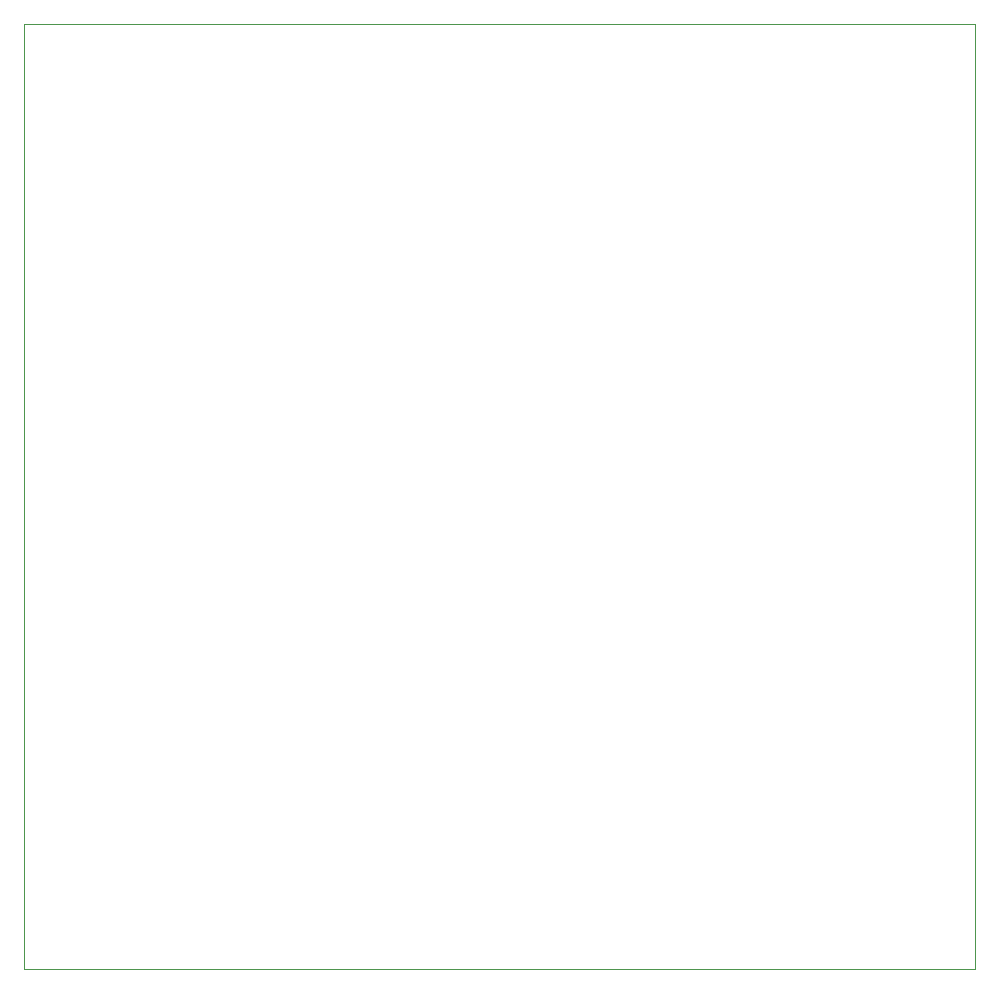
<source format=gbr>
%TF.GenerationSoftware,KiCad,Pcbnew,8.0.8*%
%TF.CreationDate,2025-05-20T23:19:58+02:00*%
%TF.ProjectId,LCD_LOCONET_SHIELD,4c43445f-4c4f-4434-9f4e-45545f534849,rev?*%
%TF.SameCoordinates,Original*%
%TF.FileFunction,Profile,NP*%
%FSLAX46Y46*%
G04 Gerber Fmt 4.6, Leading zero omitted, Abs format (unit mm)*
G04 Created by KiCad (PCBNEW 8.0.8) date 2025-05-20 23:19:58*
%MOMM*%
%LPD*%
G01*
G04 APERTURE LIST*
%TA.AperFunction,Profile*%
%ADD10C,0.050000*%
%TD*%
G04 APERTURE END LIST*
D10*
X68000000Y-120000000D02*
X148500000Y-120000000D01*
X148500000Y-200000000D01*
X68000000Y-200000000D01*
X68000000Y-120000000D01*
M02*

</source>
